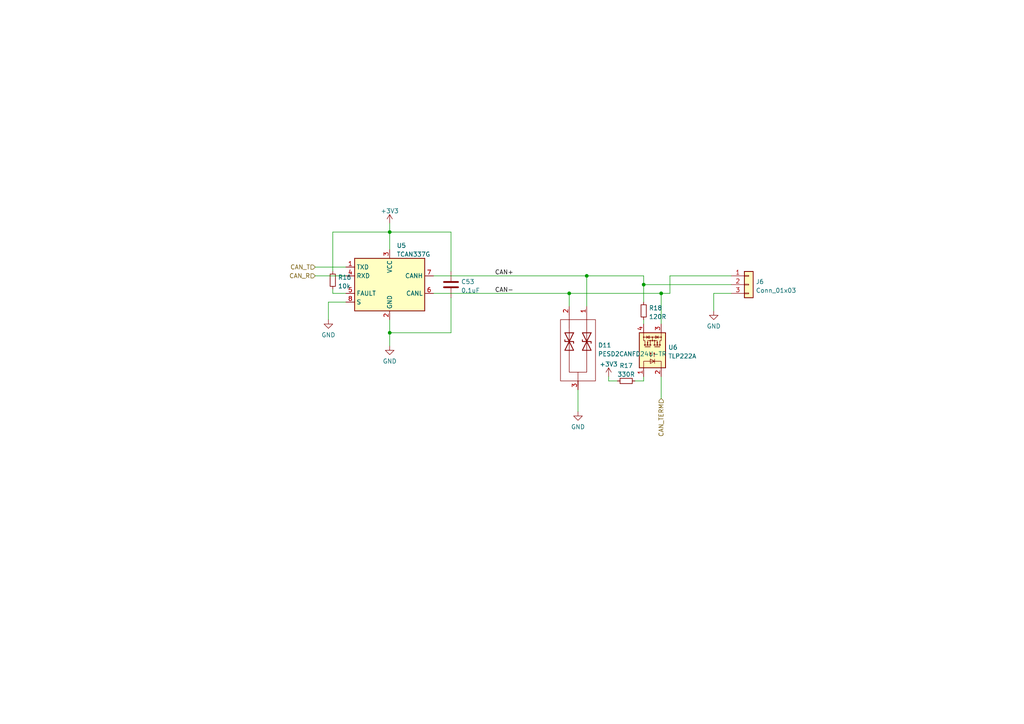
<source format=kicad_sch>
(kicad_sch (version 20211123) (generator eeschema)
  (paper "A4")
  (lib_symbols
    (symbol "Connector_Generic:Conn_01x03" (pin_names (offset 1.016) hide)
      (property "Reference" "J" (at 0 5.08 0))
      (property "Value" "Conn_01x03" (at 0 -5.08 0))
      (symbol "Conn_01x03_1_1"
        (rectangle (start -1.27 -2.413) (end 0 -2.667) (stroke (width 0.1524)))
        (rectangle (start -1.27 0.127) (end 0 -0.127) (stroke (width 0.1524)))
        (rectangle (start -1.27 2.667) (end 0 2.413) (stroke (width 0.1524)))
        (rectangle (start -1.27 3.81) (end 1.27 -3.81) (stroke (width 0.254)) (fill (type background)))
        (pin passive line (at -5.08 2.54 0) (length 3.81) (name "Pin_1") (number "1"))
        (pin passive line (at -5.08 0 0) (length 3.81) (name "Pin_2") (number "2"))
        (pin passive line (at -5.08 -2.54 0) (length 3.81) (name "Pin_3") (number "3"))
      )
    )
    (symbol "Device:C" (pin_numbers hide) (pin_names (offset 0.254))
      (property "Reference" "C" (at 0.635 2.54 0))
      (property "Value" "C" (at 0.635 -2.54 0))
      (symbol "C_0_1"
        (polyline (pts (xy -2.032 -0.762) (xy 2.032 -0.762)) (stroke (width 0.508)))
        (polyline (pts (xy -2.032 0.762) (xy 2.032 0.762)) (stroke (width 0.508)))
      )
      (symbol "C_1_1"
        (pin passive line (at 0 3.81 270) (length 2.794) (name "~") (number "1"))
        (pin passive line (at 0 -3.81 90) (length 2.794) (name "~") (number "2"))
      )
    )
    (symbol "Device:R_Small" (pin_numbers hide) (pin_names (offset 0.254) hide)
      (property "Reference" "R" (at 0.762 0.508 0))
      (property "Value" "R_Small" (at 0.762 -1.016 0))
      (symbol "R_Small_0_1"
        (rectangle (start -0.762 1.778) (end 0.762 -1.778) (stroke (width 0.2032)))
      )
      (symbol "R_Small_1_1"
        (pin passive line (at 0 2.54 270) (length 0.762) (name "~") (number "1"))
        (pin passive line (at 0 -2.54 90) (length 0.762) (name "~") (number "2"))
      )
    )
    (symbol "Interface_CAN_LIN:TCAN337G"
      (property "Reference" "U" (at -10.16 8.89 0))
      (property "Value" "TCAN337G" (at 2.54 8.89 0))
      (symbol "TCAN337G_0_1"
        (rectangle (start -10.16 7.62) (end 10.16 -7.62) (stroke (width 0.254)) (fill (type background)))
      )
      (symbol "TCAN337G_1_1"
        (pin input line (at -12.7 5.08 0) (length 2.54) (name "TXD") (number "1"))
        (pin power_in line (at 0 -10.16 90) (length 2.54) (name "GND") (number "2"))
        (pin power_in line (at 0 10.16 270) (length 2.54) (name "VCC") (number "3"))
        (pin tri_state line (at -12.7 2.54 0) (length 2.54) (name "RXD") (number "4"))
        (pin open_collector line (at -12.7 -2.54 0) (length 2.54) (name "FAULT") (number "5"))
        (pin bidirectional line (at 12.7 -2.54 180) (length 2.54) (name "CANL") (number "6"))
        (pin bidirectional line (at 12.7 2.54 180) (length 2.54) (name "CANH") (number "7"))
        (pin input line (at -12.7 -5.08 0) (length 2.54) (name "S") (number "8"))
      )
    )
    (symbol "Relay_SolidState:TLP222A"
      (property "Reference" "U" (at -5.08 5.08 0))
      (property "Value" "TLP222A" (at 0 5.08 0))
      (symbol "TLP222A_0_1"
        (rectangle (start -5.08 3.81) (end 5.08 -3.81) (stroke (width 0.254)) (fill (type background)))
        (polyline (pts (xy -3.81 -0.635) (xy -2.54 -0.635)))
        (polyline (pts (xy 1.016 -0.635) (xy 1.016 -2.159)) (stroke (width 0.2032)))
        (polyline (pts (xy 1.016 2.159) (xy 1.016 0.635)) (stroke (width 0.2032)))
        (polyline (pts (xy 1.524 -0.508) (xy 1.524 -0.762)) (stroke (width 0.3556)))
        (polyline (pts (xy 2.794 0) (xy 3.81 0)))
        (polyline (pts (xy 3.429 -1.651) (xy 4.191 -1.651)))
        (polyline (pts (xy 3.429 1.651) (xy 4.191 1.651)))
        (polyline (pts (xy 3.81 -2.54) (xy 3.81 2.54)))
        (polyline (pts (xy 1.524 -2.032) (xy 1.524 -2.286) (xy 1.524 -2.286)) (stroke (width 0.3556)))
        (polyline (pts (xy 1.524 -1.27) (xy 1.524 -1.524) (xy 1.524 -1.524)) (stroke (width 0.3556)))
        (polyline (pts (xy 1.524 0.762) (xy 1.524 0.508) (xy 1.524 0.508)) (stroke (width 0.3556)))
        (polyline (pts (xy 1.524 1.524) (xy 1.524 1.27) (xy 1.524 1.27)) (stroke (width 0.3556)))
        (polyline (pts (xy 1.524 2.286) (xy 1.524 2.032) (xy 1.524 2.032)) (stroke (width 0.3556)))
        (polyline (pts (xy 1.651 -1.397) (xy 2.794 -1.397) (xy 2.794 -0.635)))
        (polyline (pts (xy 1.651 1.397) (xy 2.794 1.397) (xy 2.794 0.635)))
        (polyline (pts (xy -5.08 2.54) (xy -3.175 2.54) (xy -3.175 -2.54) (xy -5.08 -2.54)))
        (polyline (pts (xy -3.175 -0.635) (xy -3.81 0.635) (xy -2.54 0.635) (xy -3.175 -0.635)))
        (polyline (pts (xy 1.651 -2.159) (xy 2.794 -2.159) (xy 2.794 -2.54) (xy 5.08 -2.54)))
        (polyline (pts (xy 1.651 -0.635) (xy 2.794 -0.635) (xy 2.794 0.635) (xy 1.651 0.635)))
        (polyline (pts (xy 1.651 2.159) (xy 2.794 2.159) (xy 2.794 2.54) (xy 5.08 2.54)))
        (polyline (pts (xy 1.778 -1.397) (xy 2.286 -1.27) (xy 2.286 -1.524) (xy 1.778 -1.397)))
        (polyline (pts (xy 1.778 1.397) (xy 2.286 1.524) (xy 2.286 1.27) (xy 1.778 1.397)))
        (polyline (pts (xy 3.81 -1.651) (xy 3.429 -0.889) (xy 4.191 -0.889) (xy 3.81 -1.651)))
        (polyline (pts (xy 3.81 1.651) (xy 3.429 0.889) (xy 4.191 0.889) (xy 3.81 1.651)))
        (polyline (pts (xy -1.905 -0.508) (xy -0.635 -0.508) (xy -1.016 -0.635) (xy -1.016 -0.381) (xy -0.635 -0.508)))
        (polyline (pts (xy -1.905 0.508) (xy -0.635 0.508) (xy -1.016 0.381) (xy -1.016 0.635) (xy -0.635 0.508)))
        (circle (center 2.794 -0.635) (radius 0.127))
        (circle (center 2.794 0) (radius 0.127))
        (circle (center 2.794 0.635) (radius 0.127))
        (circle (center 3.81 -2.54) (radius 0.127))
        (circle (center 3.81 0) (radius 0.127))
        (circle (center 3.81 2.54) (radius 0.127))
      )
      (symbol "TLP222A_1_1"
        (pin passive line (at -7.62 2.54 0) (length 2.54) (name "~") (number "1"))
        (pin passive line (at -7.62 -2.54 0) (length 2.54) (name "~") (number "2"))
        (pin passive line (at 7.62 -2.54 180) (length 2.54) (name "~") (number "3"))
        (pin passive line (at 7.62 2.54 180) (length 2.54) (name "~") (number "4"))
      )
    )
    (symbol "custom_lib:PESD2CANFD24LT-Q"
      (property "Reference" "D?" (at 3.175 7.459 0))
      (property "Value" "PESD2CANFD24LT-Q" (at 3.175 4.9221 0))
      (symbol "PESD2CANFD24LT-Q_0_1"
        (rectangle (start -5.08 3.81) (end 12.7 -6.35) (stroke (width 0.1524)))
        (polyline (pts (xy -5.08 1.27) (xy -6.35 1.27)) (stroke (width 0.1524)))
        (polyline (pts (xy -2.54 -3.81) (xy -5.08 -3.81)) (stroke (width 0.1524)))
        (polyline (pts (xy -2.54 1.27) (xy -5.08 1.27)) (stroke (width 0.1524)))
        (polyline (pts (xy 2.54 -3.81) (xy 0 -3.81)))
        (polyline (pts (xy 2.54 1.27) (xy 0 1.27)))
        (polyline (pts (xy 5.08 -3.81) (xy -7.62 -3.81)) (stroke (width 0.1524)))
        (polyline (pts (xy 5.08 1.27) (xy -2.54 1.27)) (stroke (width 0.1524)))
        (polyline (pts (xy 10.16 -1.27) (xy 13.97 -1.27)) (stroke (width 0.1524)))
        (polyline (pts (xy 1.778 -2.54) (xy 1.27 -2.54) (xy 1.27 -5.08) (xy 0.762 -5.08)) (stroke (width 0.254)))
        (polyline (pts (xy 1.778 2.54) (xy 1.27 2.54) (xy 1.27 0) (xy 0.762 0)) (stroke (width 0.254)))
        (polyline (pts (xy 5.08 1.27) (xy 10.16 1.27) (xy 10.16 -3.81) (xy 5.08 -3.81)) (stroke (width 0.1524)))
        (polyline (pts (xy -1.27 -2.54) (xy -1.27 -5.08) (xy 3.81 -2.54) (xy 3.81 -5.08) (xy -1.27 -2.54)) (stroke (width 0.254)))
        (polyline (pts (xy -1.27 2.54) (xy -1.27 0) (xy 3.81 2.54) (xy 3.81 0) (xy -1.27 2.54)) (stroke (width 0.254)))
      )
      (symbol "PESD2CANFD24LT-Q_1_1"
        (pin passive line (at -8.89 1.27 0) (length 2.54) (name "") (number "1"))
        (pin passive line (at -8.89 -3.81 0) (length 2.54) (name "") (number "2"))
        (pin passive line (at 15.24 -1.27 180) (length 2.54) (name "") (number "3"))
      )
    )
    (symbol "power:+3.3V" (power) (pin_names (offset 0))
      (property "Value" "+3.3V" (at 0 3.556 0))
      (symbol "+3.3V_0_1"
        (polyline (pts (xy -0.762 1.27) (xy 0 2.54)))
        (polyline (pts (xy 0 0) (xy 0 2.54)))
        (polyline (pts (xy 0 2.54) (xy 0.762 1.27)))
      )
      (symbol "+3.3V_1_1"
        (pin power_in line (at 0 0 90) (length 0) hide (name "+3V3") (number "1"))
      )
    )
    (symbol "power:GND" (power) (pin_names (offset 0))
      (property "Value" "GND" (at 0 -3.81 0))
      (symbol "GND_0_1"
        (polyline (pts (xy 0 0) (xy 0 -1.27) (xy 1.27 -1.27) (xy 0 -2.54) (xy -1.27 -1.27) (xy 0 -1.27)))
      )
      (symbol "GND_1_1"
        (pin power_in line (at 0 0 270) (length 0) hide (name "GND") (number "1"))
      )
    )
  )
  (junction (at 170.18 80.01))
  (junction (at 186.69 82.55))
  (junction (at 113.03 67.31))
  (junction (at 113.03 96.52))
  (junction (at 191.77 85.09))
  (junction (at 165.1 85.09))
  (wire (pts (xy 113.03 67.31) (xy 113.03 72.39)))
  (wire (pts (xy 207.01 90.17) (xy 207.01 85.09)))
  (wire (pts (xy 194.31 80.01) (xy 194.31 85.09)))
  (wire (pts (xy 191.77 85.09) (xy 191.77 93.98)))
  (wire (pts (xy 165.1 85.09) (xy 191.77 85.09)))
  (wire (pts (xy 186.69 110.49) (xy 186.69 109.22)))
  (wire (pts (xy 125.73 80.01) (xy 170.18 80.01)))
  (wire (pts (xy 186.69 92.71) (xy 186.69 93.98)))
  (wire (pts (xy 176.53 110.49) (xy 179.07 110.49)))
  (wire (pts (xy 113.03 96.52) (xy 130.81 96.52)))
  (wire (pts (xy 191.77 85.09) (xy 194.31 85.09)))
  (wire (pts (xy 95.25 92.71) (xy 95.25 87.63)))
  (wire (pts (xy 186.69 82.55) (xy 212.09 82.55)))
  (wire (pts (xy 186.69 82.55) (xy 186.69 80.01)))
  (wire (pts (xy 167.64 113.03) (xy 167.64 119.38)))
  (wire (pts (xy 130.81 67.31) (xy 130.81 78.74)))
  (wire (pts (xy 191.77 109.22) (xy 191.77 115.57)))
  (wire (pts (xy 165.1 85.09) (xy 165.1 88.9)))
  (wire (pts (xy 184.15 110.49) (xy 186.69 110.49)))
  (wire (pts (xy 170.18 80.01) (xy 186.69 80.01)))
  (wire (pts (xy 212.09 80.01) (xy 194.31 80.01)))
  (wire (pts (xy 113.03 96.52) (xy 113.03 100.33)))
  (wire (pts (xy 113.03 64.77) (xy 113.03 67.31)))
  (wire (pts (xy 91.44 77.47) (xy 100.33 77.47)))
  (wire (pts (xy 125.73 85.09) (xy 165.1 85.09)))
  (wire (pts (xy 186.69 82.55) (xy 186.69 87.63)))
  (wire (pts (xy 95.25 87.63) (xy 100.33 87.63)))
  (wire (pts (xy 96.52 78.74) (xy 96.52 67.31)))
  (wire (pts (xy 113.03 67.31) (xy 130.81 67.31)))
  (wire (pts (xy 91.44 80.01) (xy 100.33 80.01)))
  (wire (pts (xy 130.81 96.52) (xy 130.81 86.36)))
  (wire (pts (xy 100.33 85.09) (xy 96.52 85.09)))
  (wire (pts (xy 207.01 85.09) (xy 212.09 85.09)))
  (wire (pts (xy 96.52 67.31) (xy 113.03 67.31)))
  (wire (pts (xy 113.03 92.71) (xy 113.03 96.52)))
  (wire (pts (xy 96.52 85.09) (xy 96.52 83.82)))
  (wire (pts (xy 176.53 109.22) (xy 176.53 110.49)))
  (wire (pts (xy 170.18 80.01) (xy 170.18 88.9)))
  (label "CAN+" (at 143.51 80.01 0))
  (label "CAN-" (at 143.51 85.09 0))
  (hierarchical_label "CAN_R" (shape input) (at 91.44 80.01 180))
  (hierarchical_label "CAN_TERM" (shape input) (at 191.77 115.57 270))
  (hierarchical_label "CAN_T" (shape input) (at 91.44 77.47 180))
  (symbol (lib_id "Relay_SolidState:TLP222A") (at 189.23 101.6 90) (unit 1)
    (property "Reference" "U6" (at 193.802 100.7653 90) (effects (justify right)))
    (property "Value" "TLP222A" (at 193.802 103.3022 90) (effects (justify right)))
    (property "Datasheet" "https://toshiba.semicon-storage.com/info/docget.jsp?did=17036&prodName=TLP222A" (effects hide))
  )
  (symbol (lib_id "Device:R_Small") (at 186.69 90.17 0) (unit 1)
    (property "Reference" "R18" (at 188.1886 89.3353 0) (effects (justify left)))
    (property "Value" "120R" (at 188.1886 91.8722 0) (effects (justify left)))
    (property "Footprint" "Resistor_SMD:R_0402_1005Metric_Pad0.72x0.64mm_HandSolder" (effects hide))
  )
  (symbol (lib_id "power:GND") (at 167.64 119.38 0) (unit 1)
    (property "Reference" "#PWR055" (effects hide))
    (property "Value" "GND" (at 167.64 123.8234 0))
  )
  (symbol (lib_id "power:+3.3V") (at 176.53 109.22 0) (unit 1)
    (property "Reference" "#PWR056" (effects hide))
    (property "Value" "+3.3V" (at 176.53 105.6442 0))
  )
  (symbol (lib_id "custom_lib:PESD2CANFD24LT-Q") (at 168.91 97.79 270) (unit 1)
    (property "Reference" "D11" (at 173.4312 100.1303 90) (effects (justify left)))
    (property "Value" "PESD2CANFD24U-TR" (at 173.4312 102.6672 90) (effects (justify left)))
    (property "Footprint" "Package_TO_SOT_SMD:SC-59_Handsoldering" (effects hide))
  )
  (symbol (lib_id "Device:R_Small") (at 181.61 110.49 90) (unit 1)
    (property "Reference" "R17" (at 181.61 106.0536 90))
    (property "Value" "330R" (at 181.61 108.5905 90))
    (property "Footprint" "Resistor_SMD:R_0402_1005Metric_Pad0.72x0.64mm_HandSolder" (effects hide))
  )
  (symbol (lib_id "Device:R_Small") (at 96.52 81.28 0) (unit 1)
    (property "Reference" "R16" (at 98.0186 80.4453 0) (effects (justify left)))
    (property "Value" "10k" (at 98.0186 82.9822 0) (effects (justify left)))
    (property "Footprint" "Resistor_SMD:R_0402_1005Metric_Pad0.72x0.64mm_HandSolder" (effects hide))
  )
  (symbol (lib_id "power:+3.3V") (at 113.03 64.77 0) (unit 1)
    (property "Reference" "#PWR053" (effects hide))
    (property "Value" "+3.3V" (at 113.03 61.1942 0))
  )
  (symbol (lib_id "power:GND") (at 113.03 100.33 0) (unit 1)
    (property "Reference" "#PWR054" (effects hide))
    (property "Value" "GND" (at 113.03 104.7734 0))
  )
  (symbol (lib_id "power:GND") (at 207.01 90.17 0) (unit 1)
    (property "Reference" "#PWR057" (effects hide))
    (property "Value" "GND" (at 207.01 94.6134 0))
  )
  (symbol (lib_id "Connector_Generic:Conn_01x03") (at 217.17 82.55 0) (unit 1)
    (property "Reference" "J6" (at 219.202 81.7153 0) (effects (justify left)))
    (property "Value" "Conn_01x03" (at 219.202 84.2522 0) (effects (justify left)))
  )
  (symbol (lib_id "power:GND") (at 95.25 92.71 0) (unit 1)
    (property "Reference" "#PWR052" (effects hide))
    (property "Value" "GND" (at 95.25 97.1534 0))
  )
  (symbol (lib_id "Interface_CAN_LIN:TCAN337G") (at 113.03 82.55 0) (unit 1)
    (property "Reference" "U5" (at 115.0494 71.2302 0) (effects (justify left)))
    (property "Value" "TCAN337G" (at 115.0494 73.7671 0) (effects (justify left)))
    (property "Datasheet" "http://www.ti.com/lit/ds/symlink/tcan337.pdf" (effects hide))
  )
  (symbol (lib_id "Device:C") (at 130.81 82.55 0) (unit 1)
    (property "Reference" "C53" (at 133.731 81.7153 0) (effects (justify left)))
    (property "Value" "0.1uF" (at 133.731 84.2522 0) (effects (justify left)))
    (property "Footprint" "Capacitor_SMD:C_0402_1005Metric_Pad0.74x0.62mm_HandSolder" (effects hide))
  )
)
</source>
